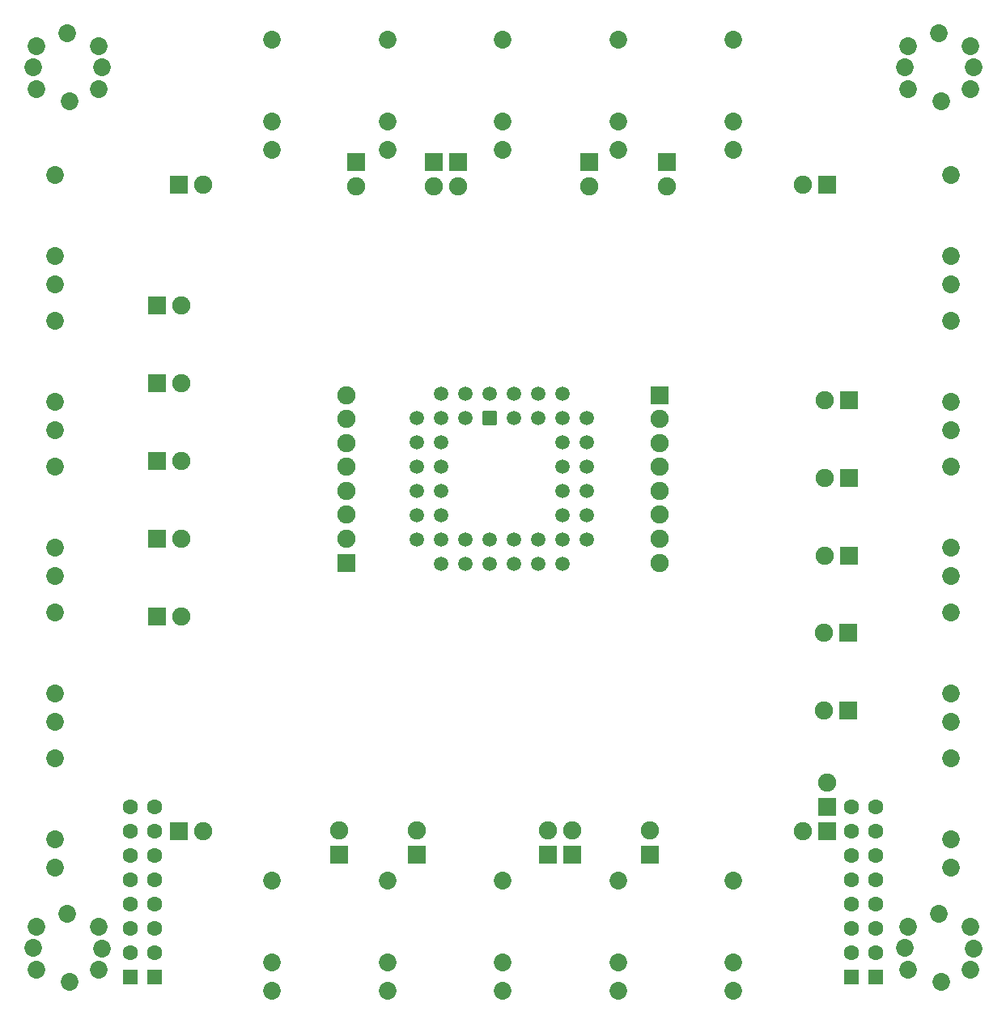
<source format=gbs>
G04 Layer: BottomSolderMaskLayer*
G04 EasyEDA v6.5.29, 2023-07-19 21:41:10*
G04 ede76849b6084053bf44eed2514c4286,5a6b42c53f6a479593ecc07194224c93,10*
G04 Gerber Generator version 0.2*
G04 Scale: 100 percent, Rotated: No, Reflected: No *
G04 Dimensions in millimeters *
G04 leading zeros omitted , absolute positions ,4 integer and 5 decimal *
%FSLAX45Y45*%
%MOMM*%

%AMMACRO1*1,1,$1,$2,$3*1,1,$1,$4,$5*1,1,$1,0-$2,0-$3*1,1,$1,0-$4,0-$5*20,1,$1,$2,$3,$4,$5,0*20,1,$1,$4,$5,0-$2,0-$3,0*20,1,$1,0-$2,0-$3,0-$4,0-$5,0*20,1,$1,0-$4,0-$5,$2,$3,0*4,1,4,$2,$3,$4,$5,0-$2,0-$3,0-$4,0-$5,$2,$3,0*%
%ADD10MACRO1,0.1016X0.75X-0.75X0.75X0.75*%
%ADD11C,1.6016*%
%ADD12MACRO1,0.1016X-0.9X0.85X-0.9X-0.85*%
%ADD13C,1.9016*%
%ADD14MACRO1,0.1016X-0.6985X-0.6985X0.6985X-0.6985*%
%ADD15C,1.4986*%
%ADD16MACRO1,0.1016X0.9X-0.85X0.9X0.85*%
%ADD17MACRO1,0.1016X-0.9X-0.9X-0.9X0.9*%
%ADD18MACRO1,0.1016X0.9X0.9X0.9X-0.9*%
%ADD19C,1.8532*%
%ADD20MACRO1,0.1016X0.9X-0.9X-0.9X-0.9*%
%ADD21MACRO1,0.1016X-0.9X0.9X0.9X0.9*%
%ADD22C,0.0190*%

%LPD*%
D10*
G01*
X1930394Y1473196D03*
D11*
G01*
X1930400Y1727200D03*
G01*
X1930400Y1981200D03*
G01*
X1930400Y2235200D03*
G01*
X1930400Y2489200D03*
G01*
X1930400Y2743200D03*
G01*
X1930400Y2997200D03*
G01*
X1930400Y3251200D03*
D12*
G01*
X7213586Y7555177D03*
D13*
G01*
X7213574Y7305192D03*
G01*
X7213574Y7055180D03*
G01*
X7213574Y6805193D03*
G01*
X7213574Y6555181D03*
G01*
X7213574Y6305194D03*
G01*
X7213574Y6055182D03*
G01*
X7213574Y5805195D03*
D10*
G01*
X9220182Y1473196D03*
D11*
G01*
X9220174Y1727200D03*
G01*
X9220174Y1981200D03*
G01*
X9220174Y2235200D03*
G01*
X9220174Y2489200D03*
G01*
X9220174Y2743200D03*
G01*
X9220174Y2997200D03*
G01*
X9220174Y3251200D03*
D14*
G01*
X5435589Y7315187D03*
D15*
G01*
X5689574Y7569200D03*
G01*
X5689574Y7315200D03*
G01*
X5943574Y7569200D03*
G01*
X5943574Y7315200D03*
G01*
X6197574Y7569200D03*
G01*
X6451574Y7315200D03*
G01*
X6197574Y7315200D03*
G01*
X6451574Y7061200D03*
G01*
X6197574Y7061200D03*
G01*
X6451574Y6807200D03*
G01*
X6197574Y6807200D03*
G01*
X6451574Y6553200D03*
G01*
X6197574Y6553200D03*
G01*
X6451574Y6299200D03*
G01*
X6197574Y6299200D03*
G01*
X6451574Y6045200D03*
G01*
X6197574Y5791200D03*
G01*
X6197574Y6045200D03*
G01*
X5943574Y5791200D03*
G01*
X5943574Y6045200D03*
G01*
X5689574Y5791200D03*
G01*
X5689574Y6045200D03*
G01*
X5435574Y5791200D03*
G01*
X5435574Y6045200D03*
G01*
X5181574Y5791200D03*
G01*
X5181574Y6045200D03*
G01*
X4927574Y5791200D03*
G01*
X4673574Y6045200D03*
G01*
X4927574Y6045200D03*
G01*
X4673574Y6299200D03*
G01*
X4927574Y6299200D03*
G01*
X4673574Y6553200D03*
G01*
X4927574Y6553200D03*
G01*
X4673574Y6807200D03*
G01*
X4927574Y6807200D03*
G01*
X4673574Y7061200D03*
G01*
X4927574Y7061200D03*
G01*
X4673574Y7315200D03*
G01*
X4927574Y7569200D03*
G01*
X4927574Y7315200D03*
G01*
X5181574Y7569200D03*
G01*
X5181574Y7315200D03*
G01*
X5435574Y7569200D03*
D10*
G01*
X1676397Y1473196D03*
D11*
G01*
X1676400Y1727200D03*
G01*
X1676400Y1981200D03*
G01*
X1676400Y2235200D03*
G01*
X1676400Y2489200D03*
G01*
X1676400Y2743200D03*
G01*
X1676400Y2997200D03*
G01*
X1676400Y3251200D03*
D16*
G01*
X3936991Y5805196D03*
D13*
G01*
X3937000Y6055182D03*
G01*
X3937000Y6305194D03*
G01*
X3937000Y6555181D03*
G01*
X3937000Y6805193D03*
G01*
X3937000Y7055180D03*
G01*
X3937000Y7305192D03*
G01*
X3937000Y7555179D03*
D10*
G01*
X9474182Y1473196D03*
D11*
G01*
X9474174Y1727200D03*
G01*
X9474174Y1981200D03*
G01*
X9474174Y2235200D03*
G01*
X9474174Y2489200D03*
G01*
X9474174Y2743200D03*
G01*
X9474174Y2997200D03*
G01*
X9474174Y3251200D03*
D13*
G01*
X8712174Y2997200D03*
D17*
G01*
X8966182Y2997200D03*
D13*
G01*
X2438831Y9753980D03*
D18*
G01*
X2184821Y9754011D03*
D19*
G01*
X3162300Y2481198D03*
G01*
X3162300Y1631213D03*
G01*
X3162300Y1331188D03*
G01*
X4368800Y2481198D03*
G01*
X4368800Y1631213D03*
G01*
X4368800Y1331188D03*
G01*
X5575300Y2481198D03*
G01*
X5575300Y1631213D03*
G01*
X5575300Y1331188D03*
G01*
X6781800Y2481198D03*
G01*
X6781800Y1631213D03*
G01*
X6781800Y1331188D03*
G01*
X7988300Y2481198D03*
G01*
X7988300Y1631213D03*
G01*
X7988300Y1331188D03*
G01*
X10261600Y9859899D03*
G01*
X10261600Y9009913D03*
G01*
X10261600Y8709888D03*
G01*
X10261600Y8335898D03*
G01*
X10261600Y7485913D03*
G01*
X10261600Y7185888D03*
G01*
X10261600Y6811898D03*
G01*
X10261600Y5961913D03*
G01*
X10261600Y5661888D03*
G01*
X10261600Y5287898D03*
G01*
X10261600Y4437913D03*
G01*
X10261600Y4137888D03*
G01*
X10261600Y3763898D03*
G01*
X10261600Y2913913D03*
G01*
X10261600Y2613888D03*
G01*
X889000Y3763898D03*
G01*
X889000Y2913913D03*
G01*
X889000Y2613888D03*
G01*
X889000Y5287898D03*
G01*
X889000Y4437913D03*
G01*
X889000Y4137888D03*
G01*
X889000Y6811898D03*
G01*
X889000Y5961913D03*
G01*
X889000Y5661888D03*
G01*
X889000Y8335898D03*
G01*
X889000Y7485913D03*
G01*
X889000Y7185888D03*
G01*
X889000Y9859899D03*
G01*
X889000Y9009913D03*
G01*
X889000Y8709888D03*
G01*
X1346200Y1549400D03*
G01*
X696188Y1549400D03*
G01*
X1346200Y1999411D03*
G01*
X696188Y1999411D03*
G01*
X1021206Y2134387D03*
G01*
X1381201Y1774393D03*
G01*
X1041400Y1422400D03*
G01*
X660400Y1778000D03*
G01*
X10464800Y1549400D03*
G01*
X9814788Y1549400D03*
G01*
X10464800Y1999411D03*
G01*
X9814788Y1999411D03*
G01*
X10139806Y2134387D03*
G01*
X10499801Y1774393D03*
G01*
X10160000Y1422400D03*
G01*
X9779000Y1778000D03*
G01*
X1346200Y10756900D03*
G01*
X696188Y10756900D03*
G01*
X1346200Y11206911D03*
G01*
X696188Y11206911D03*
G01*
X1021206Y11341887D03*
G01*
X1381201Y10981893D03*
G01*
X1041400Y10629900D03*
G01*
X660400Y10985500D03*
G01*
X10464800Y10756900D03*
G01*
X9814788Y10756900D03*
G01*
X10464800Y11206911D03*
G01*
X9814788Y11206911D03*
G01*
X10139806Y11341887D03*
G01*
X10499801Y10981893D03*
G01*
X10160000Y10629900D03*
G01*
X9779000Y10985500D03*
G01*
X3162300Y11269599D03*
G01*
X3162300Y10419613D03*
G01*
X3162300Y10119588D03*
G01*
X4368800Y11269599D03*
G01*
X4368800Y10419613D03*
G01*
X4368800Y10119588D03*
G01*
X5575300Y11269599D03*
G01*
X5575300Y10419613D03*
G01*
X5575300Y10119588D03*
G01*
X6781800Y11269599D03*
G01*
X6781800Y10419613D03*
G01*
X6781800Y10119588D03*
G01*
X7988300Y11269599D03*
G01*
X7988300Y10419613D03*
G01*
X7988300Y10119588D03*
D13*
G01*
X2438806Y2997606D03*
D18*
G01*
X2184803Y2997614D03*
D13*
G01*
X8940800Y7505700D03*
D17*
G01*
X9194800Y7505700D03*
D13*
G01*
X8940800Y6692900D03*
D17*
G01*
X9194800Y6692900D03*
D13*
G01*
X8940800Y5880100D03*
D17*
G01*
X9194800Y5880100D03*
D13*
G01*
X8937243Y5069433D03*
D17*
G01*
X9191254Y5069428D03*
D13*
G01*
X8937243Y4256633D03*
D17*
G01*
X9191254Y4256628D03*
D13*
G01*
X8712200Y9753600D03*
D17*
G01*
X8966200Y9753600D03*
D13*
G01*
X4038600Y9740900D03*
D20*
G01*
X4038600Y9994900D03*
D13*
G01*
X4851400Y9740900D03*
D20*
G01*
X4851400Y9994900D03*
D13*
G01*
X5105400Y9740900D03*
D20*
G01*
X5105400Y9994900D03*
D13*
G01*
X6477000Y9740900D03*
D20*
G01*
X6477000Y9994900D03*
D13*
G01*
X7289800Y9740900D03*
D20*
G01*
X7289800Y9994900D03*
D13*
G01*
X2209800Y5245100D03*
D18*
G01*
X1955800Y5245100D03*
D13*
G01*
X2209800Y6057900D03*
D18*
G01*
X1955800Y6057900D03*
D13*
G01*
X2209800Y6870700D03*
D18*
G01*
X1955800Y6870700D03*
D13*
G01*
X2209800Y7683500D03*
D18*
G01*
X1955800Y7683500D03*
D13*
G01*
X2209800Y8496300D03*
D18*
G01*
X1955800Y8496300D03*
D13*
G01*
X3860800Y3009900D03*
D21*
G01*
X3860800Y2755900D03*
D13*
G01*
X4673600Y3009900D03*
D21*
G01*
X4673600Y2755900D03*
D13*
G01*
X6045200Y3009900D03*
D21*
G01*
X6045200Y2755900D03*
D13*
G01*
X6299200Y3009900D03*
D21*
G01*
X6299200Y2755900D03*
D13*
G01*
X7112000Y3009900D03*
D21*
G01*
X7112000Y2755900D03*
D13*
G01*
X8966174Y3505200D03*
D21*
G01*
X8966174Y3251200D03*
M02*

</source>
